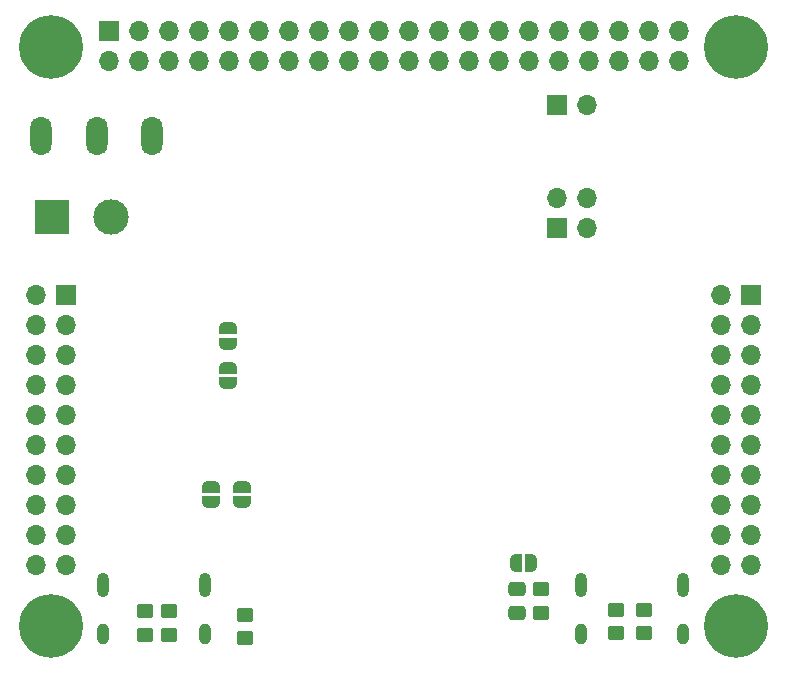
<source format=gbr>
%TF.GenerationSoftware,KiCad,Pcbnew,8.0.1-8.0.1-0~ubuntu20.04.1*%
%TF.CreationDate,2024-04-20T12:51:40-03:00*%
%TF.ProjectId,seebum_esp32s3,73656562-756d-45f6-9573-70333273332e,rev?*%
%TF.SameCoordinates,Original*%
%TF.FileFunction,Soldermask,Bot*%
%TF.FilePolarity,Negative*%
%FSLAX46Y46*%
G04 Gerber Fmt 4.6, Leading zero omitted, Abs format (unit mm)*
G04 Created by KiCad (PCBNEW 8.0.1-8.0.1-0~ubuntu20.04.1) date 2024-04-20 12:51:40*
%MOMM*%
%LPD*%
G01*
G04 APERTURE LIST*
G04 Aperture macros list*
%AMRoundRect*
0 Rectangle with rounded corners*
0 $1 Rounding radius*
0 $2 $3 $4 $5 $6 $7 $8 $9 X,Y pos of 4 corners*
0 Add a 4 corners polygon primitive as box body*
4,1,4,$2,$3,$4,$5,$6,$7,$8,$9,$2,$3,0*
0 Add four circle primitives for the rounded corners*
1,1,$1+$1,$2,$3*
1,1,$1+$1,$4,$5*
1,1,$1+$1,$6,$7*
1,1,$1+$1,$8,$9*
0 Add four rect primitives between the rounded corners*
20,1,$1+$1,$2,$3,$4,$5,0*
20,1,$1+$1,$4,$5,$6,$7,0*
20,1,$1+$1,$6,$7,$8,$9,0*
20,1,$1+$1,$8,$9,$2,$3,0*%
%AMFreePoly0*
4,1,19,0.500000,-0.750000,0.000000,-0.750000,0.000000,-0.744911,-0.071157,-0.744911,-0.207708,-0.704816,-0.327430,-0.627875,-0.420627,-0.520320,-0.479746,-0.390866,-0.500000,-0.250000,-0.500000,0.250000,-0.479746,0.390866,-0.420627,0.520320,-0.327430,0.627875,-0.207708,0.704816,-0.071157,0.744911,0.000000,0.744911,0.000000,0.750000,0.500000,0.750000,0.500000,-0.750000,0.500000,-0.750000,
$1*%
%AMFreePoly1*
4,1,19,0.000000,0.744911,0.071157,0.744911,0.207708,0.704816,0.327430,0.627875,0.420627,0.520320,0.479746,0.390866,0.500000,0.250000,0.500000,-0.250000,0.479746,-0.390866,0.420627,-0.520320,0.327430,-0.627875,0.207708,-0.704816,0.071157,-0.744911,0.000000,-0.744911,0.000000,-0.750000,-0.500000,-0.750000,-0.500000,0.750000,0.000000,0.750000,0.000000,0.744911,0.000000,0.744911,
$1*%
G04 Aperture macros list end*
%ADD10C,0.800000*%
%ADD11C,5.400000*%
%ADD12R,1.700000X1.700000*%
%ADD13O,1.700000X1.700000*%
%ADD14O,1.800000X3.300000*%
%ADD15O,1.000000X2.100000*%
%ADD16O,1.000000X1.800000*%
%ADD17R,3.000000X3.000000*%
%ADD18C,3.000000*%
%ADD19FreePoly0,0.000000*%
%ADD20FreePoly1,0.000000*%
%ADD21RoundRect,0.250000X-0.450000X0.350000X-0.450000X-0.350000X0.450000X-0.350000X0.450000X0.350000X0*%
%ADD22FreePoly0,270.000000*%
%ADD23FreePoly1,270.000000*%
%ADD24RoundRect,0.250000X0.475000X-0.337500X0.475000X0.337500X-0.475000X0.337500X-0.475000X-0.337500X0*%
G04 APERTURE END LIST*
D10*
%TO.C,H102*%
X177487500Y-62115000D03*
X178057500Y-63595000D03*
X178067500Y-60645000D03*
X179547500Y-60055000D03*
D11*
X179547500Y-62125000D03*
D10*
X179547500Y-64175000D03*
X181017500Y-60645000D03*
X181017500Y-63595000D03*
X181607500Y-62115000D03*
%TD*%
D12*
%TO.C,J401*%
X126467500Y-60785000D03*
D13*
X126467500Y-63325000D03*
X129007500Y-60785000D03*
X129007500Y-63325000D03*
X131547500Y-60785000D03*
X131547500Y-63325000D03*
X134087500Y-60785000D03*
X134087500Y-63325000D03*
X136627500Y-60785000D03*
X136627500Y-63325000D03*
X139167500Y-60785000D03*
X139167500Y-63325000D03*
X141707500Y-60785000D03*
X141707500Y-63325000D03*
X144247500Y-60785000D03*
X144247500Y-63325000D03*
X146787500Y-60785000D03*
X146787500Y-63325000D03*
X149327500Y-60785000D03*
X149327500Y-63325000D03*
X151867500Y-60785000D03*
X151867500Y-63325000D03*
X154407500Y-60785000D03*
X154407500Y-63325000D03*
X156947500Y-60785000D03*
X156947500Y-63325000D03*
X159487500Y-60785000D03*
X159487500Y-63325000D03*
X162027500Y-60785000D03*
X162027500Y-63325000D03*
X164567500Y-60785000D03*
X164567500Y-63325000D03*
X167107500Y-60785000D03*
X167107500Y-63325000D03*
X169647500Y-60785000D03*
X169647500Y-63325000D03*
X172187500Y-60785000D03*
X172187500Y-63325000D03*
X174727500Y-60785000D03*
X174727500Y-63325000D03*
%TD*%
D10*
%TO.C,H103*%
X119487500Y-111115000D03*
X120057500Y-112595000D03*
X120067500Y-109645000D03*
X121547500Y-109055000D03*
D11*
X121547500Y-111125000D03*
D10*
X121547500Y-113175000D03*
X123017500Y-109645000D03*
X123017500Y-112595000D03*
X123607500Y-111115000D03*
%TD*%
%TO.C,H104*%
X177487500Y-111115000D03*
X178057500Y-112595000D03*
X178067500Y-109645000D03*
X179547500Y-109055000D03*
D11*
X179547500Y-111125000D03*
D10*
X179547500Y-113175000D03*
X181017500Y-109645000D03*
X181017500Y-112595000D03*
X181607500Y-111115000D03*
%TD*%
D14*
%TO.C,SW101*%
X130147500Y-69625000D03*
X125447500Y-69625000D03*
X120747500Y-69625000D03*
%TD*%
D12*
%TO.C,J102*%
X164407500Y-77392500D03*
D13*
X164407500Y-74852500D03*
X166947500Y-77392500D03*
X166947500Y-74852500D03*
%TD*%
D15*
%TO.C,J201*%
X125977500Y-107625000D03*
D16*
X125977500Y-111825000D03*
D15*
X134617500Y-107625000D03*
D16*
X134617500Y-111825000D03*
%TD*%
D17*
%TO.C,J101*%
X121647500Y-76525000D03*
D18*
X126647500Y-76525000D03*
%TD*%
D10*
%TO.C,H101*%
X119487500Y-62115000D03*
X120057500Y-63595000D03*
X120067500Y-60645000D03*
X121547500Y-60055000D03*
D11*
X121547500Y-62125000D03*
D10*
X121547500Y-64175000D03*
X123017500Y-60645000D03*
X123017500Y-63595000D03*
X123607500Y-62115000D03*
%TD*%
D15*
%TO.C,J202*%
X166427500Y-107625000D03*
D16*
X166427500Y-111825000D03*
D15*
X175067500Y-107625000D03*
D16*
X175067500Y-111825000D03*
%TD*%
D12*
%TO.C,J103*%
X164407500Y-67002500D03*
D13*
X166947500Y-67002500D03*
%TD*%
D12*
%TO.C,J203*%
X122817500Y-83125000D03*
D13*
X120277500Y-83125000D03*
X122817500Y-85665000D03*
X120277500Y-85665000D03*
X122817500Y-88205000D03*
X120277500Y-88205000D03*
X122817500Y-90745000D03*
X120277500Y-90745000D03*
X122817500Y-93285000D03*
X120277500Y-93285000D03*
X122817500Y-95825000D03*
X120277500Y-95825000D03*
X122817500Y-98365000D03*
X120277500Y-98365000D03*
X122817500Y-100905000D03*
X120277500Y-100905000D03*
X122817500Y-103445000D03*
X120277500Y-103445000D03*
X122817500Y-105985000D03*
X120277500Y-105985000D03*
%TD*%
D19*
%TO.C,JP201*%
X160947500Y-105785000D03*
D20*
X162247500Y-105785000D03*
%TD*%
D21*
%TO.C,R202*%
X163047500Y-108025000D03*
X163047500Y-110025000D03*
%TD*%
D22*
%TO.C,JP202*%
X136547500Y-85915000D03*
D23*
X136547500Y-87215000D03*
%TD*%
D12*
%TO.C,J204*%
X180817500Y-83125000D03*
D13*
X178277500Y-83125000D03*
X180817500Y-85665000D03*
X178277500Y-85665000D03*
X180817500Y-88205000D03*
X178277500Y-88205000D03*
X180817500Y-90745000D03*
X178277500Y-90745000D03*
X180817500Y-93285000D03*
X178277500Y-93285000D03*
X180817500Y-95825000D03*
X178277500Y-95825000D03*
X180817500Y-98365000D03*
X178277500Y-98365000D03*
X180817500Y-100905000D03*
X178277500Y-100905000D03*
X180817500Y-103445000D03*
X178277500Y-103445000D03*
X180817500Y-105985000D03*
X178277500Y-105985000D03*
%TD*%
D22*
%TO.C,JP203*%
X136547500Y-89252500D03*
D23*
X136547500Y-90552500D03*
%TD*%
D21*
%TO.C,R207*%
X129497500Y-109850000D03*
X129497500Y-111850000D03*
%TD*%
%TO.C,R208*%
X131597500Y-109850000D03*
X131597500Y-111850000D03*
%TD*%
D22*
%TO.C,JP206*%
X137747500Y-99352500D03*
D23*
X137747500Y-100652500D03*
%TD*%
D21*
%TO.C,R209*%
X169397500Y-109725000D03*
X169397500Y-111725000D03*
%TD*%
D24*
%TO.C,C208*%
X161047500Y-110062500D03*
X161047500Y-107987500D03*
%TD*%
D21*
%TO.C,R210*%
X171797500Y-109725000D03*
X171797500Y-111725000D03*
%TD*%
%TO.C,R203*%
X138047500Y-110152500D03*
X138047500Y-112152500D03*
%TD*%
D22*
%TO.C,JP207*%
X135147500Y-99352500D03*
D23*
X135147500Y-100652500D03*
%TD*%
M02*

</source>
